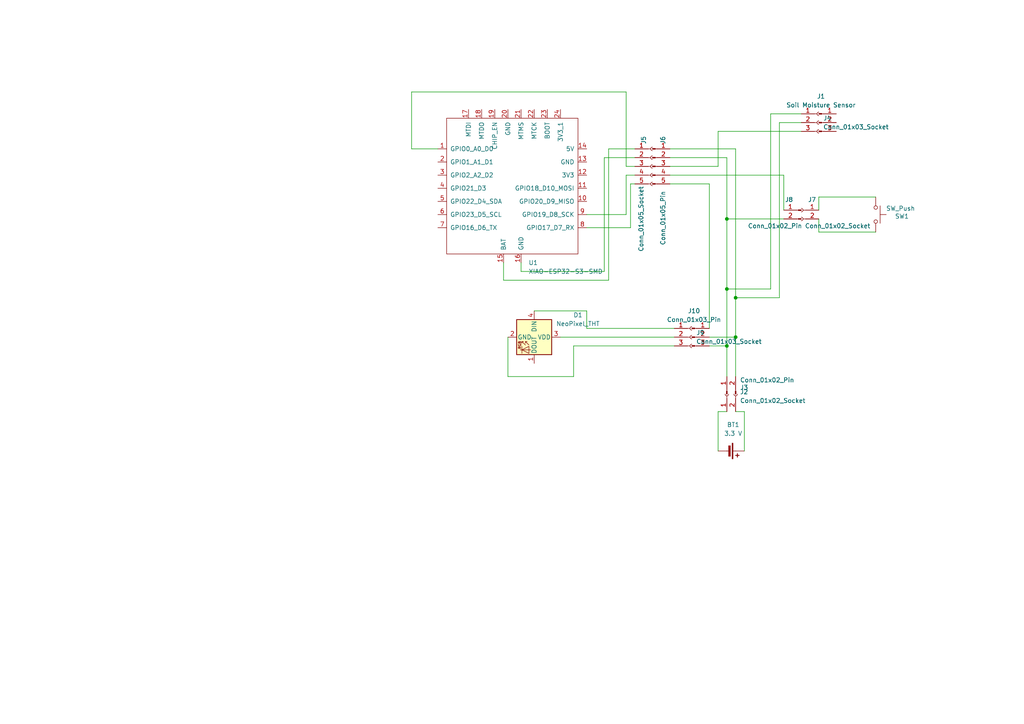
<source format=kicad_sch>
(kicad_sch (version 20250114) (generator "eeschema") (generator_version "9.0")
  (paper "A4")
  (lib_symbols
    (symbol "Connector:Conn_01x02_Pin" (pin_names (offset 1.016) (hide yes))
      (property "Reference" "J" (at 0 2.54 0))
      (property "Value" "Conn_01x02_Pin" (at 0 -5.08 0))
      (symbol "Conn_01x02_Pin_1_1"
        (rectangle (start 0.8636 0.127) (end 0 -0.127) (stroke (width 0.1524)) (fill (type outline)))
        (rectangle (start 0.8636 -2.413) (end 0 -2.667) (stroke (width 0.1524)) (fill (type outline)))
        (polyline (pts (xy 1.27 0) (xy 0.8636 0)) (stroke (width 0.1524)))
        (polyline (pts (xy 1.27 -2.54) (xy 0.8636 -2.54)) (stroke (width 0.1524)))
        (pin passive line (at 5.08 0 180) (length 3.81) (name "Pin_1") (number "1"))
        (pin passive line (at 5.08 -2.54 180) (length 3.81) (name "Pin_2") (number "2"))
      )
    )
    (symbol "Connector:Conn_01x02_Socket" (pin_names (offset 1.016) (hide yes))
      (property "Reference" "J" (at 0 2.54 0))
      (property "Value" "Conn_01x02_Socket" (at 0 -5.08 0))
      (symbol "Conn_01x02_Socket_1_1"
        (polyline (pts (xy -1.27 0) (xy -0.508 0)) (stroke (width 0.1524)))
        (polyline (pts (xy -1.27 -2.54) (xy -0.508 -2.54)) (stroke (width 0.1524)))
        (arc (start 0 -0.508) (mid -0.5058 0) (end 0 0.508) (stroke (width 0.1524)))
        (arc (start 0 -3.048) (mid -0.5058 -2.54) (end 0 -2.032) (stroke (width 0.1524)))
        (pin passive line (at -5.08 0 0) (length 3.81) (name "Pin_1") (number "1"))
        (pin passive line (at -5.08 -2.54 0) (length 3.81) (name "Pin_2") (number "2"))
      )
    )
    (symbol "Connector:Conn_01x03_Pin" (pin_names (offset 1.016) (hide yes))
      (property "Reference" "J" (at 0 5.08 0))
      (property "Value" "Conn_01x03_Pin" (at 0 -5.08 0))
      (symbol "Conn_01x03_Pin_1_1"
        (rectangle (start 0.8636 2.667) (end 0 2.413) (stroke (width 0.1524)) (fill (type outline)))
        (rectangle (start 0.8636 0.127) (end 0 -0.127) (stroke (width 0.1524)) (fill (type outline)))
        (rectangle (start 0.8636 -2.413) (end 0 -2.667) (stroke (width 0.1524)) (fill (type outline)))
        (polyline (pts (xy 1.27 2.54) (xy 0.8636 2.54)) (stroke (width 0.1524)))
        (polyline (pts (xy 1.27 0) (xy 0.8636 0)) (stroke (width 0.1524)))
        (polyline (pts (xy 1.27 -2.54) (xy 0.8636 -2.54)) (stroke (width 0.1524)))
        (pin passive line (at 5.08 2.54 180) (length 3.81) (name "Pin_1") (number "1"))
        (pin passive line (at 5.08 0 180) (length 3.81) (name "Pin_2") (number "2"))
        (pin passive line (at 5.08 -2.54 180) (length 3.81) (name "Pin_3") (number "3"))
      )
    )
    (symbol "Connector:Conn_01x03_Socket" (pin_names (offset 1.016) (hide yes))
      (property "Reference" "J" (at 0 5.08 0))
      (property "Value" "Conn_01x03_Socket" (at 0 -5.08 0))
      (symbol "Conn_01x03_Socket_1_1"
        (polyline (pts (xy -1.27 2.54) (xy -0.508 2.54)) (stroke (width 0.1524)))
        (polyline (pts (xy -1.27 0) (xy -0.508 0)) (stroke (width 0.1524)))
        (polyline (pts (xy -1.27 -2.54) (xy -0.508 -2.54)) (stroke (width 0.1524)))
        (arc (start 0 2.032) (mid -0.5058 2.54) (end 0 3.048) (stroke (width 0.1524)))
        (arc (start 0 -0.508) (mid -0.5058 0) (end 0 0.508) (stroke (width 0.1524)))
        (arc (start 0 -3.048) (mid -0.5058 -2.54) (end 0 -2.032) (stroke (width 0.1524)))
        (pin passive line (at -5.08 2.54 0) (length 3.81) (name "Pin_1") (number "1"))
        (pin passive line (at -5.08 0 0) (length 3.81) (name "Pin_2") (number "2"))
        (pin passive line (at -5.08 -2.54 0) (length 3.81) (name "Pin_3") (number "3"))
      )
    )
    (symbol "Connector:Conn_01x05_Pin" (pin_names (offset 1.016) (hide yes))
      (property "Reference" "J" (at 0 7.62 0))
      (property "Value" "Conn_01x05_Pin" (at 0 -7.62 0))
      (symbol "Conn_01x05_Pin_1_1"
        (rectangle (start 0.8636 5.207) (end 0 4.953) (stroke (width 0.1524)) (fill (type outline)))
        (rectangle (start 0.8636 2.667) (end 0 2.413) (stroke (width 0.1524)) (fill (type outline)))
        (rectangle (start 0.8636 0.127) (end 0 -0.127) (stroke (width 0.1524)) (fill (type outline)))
        (rectangle (start 0.8636 -2.413) (end 0 -2.667) (stroke (width 0.1524)) (fill (type outline)))
        (rectangle (start 0.8636 -4.953) (end 0 -5.207) (stroke (width 0.1524)) (fill (type outline)))
        (polyline (pts (xy 1.27 5.08) (xy 0.8636 5.08)) (stroke (width 0.1524)))
        (polyline (pts (xy 1.27 2.54) (xy 0.8636 2.54)) (stroke (width 0.1524)))
        (polyline (pts (xy 1.27 0) (xy 0.8636 0)) (stroke (width 0.1524)))
        (polyline (pts (xy 1.27 -2.54) (xy 0.8636 -2.54)) (stroke (width 0.1524)))
        (polyline (pts (xy 1.27 -5.08) (xy 0.8636 -5.08)) (stroke (width 0.1524)))
        (pin passive line (at 5.08 5.08 180) (length 3.81) (name "Pin_1") (number "1"))
        (pin passive line (at 5.08 2.54 180) (length 3.81) (name "Pin_2") (number "2"))
        (pin passive line (at 5.08 0 180) (length 3.81) (name "Pin_3") (number "3"))
        (pin passive line (at 5.08 -2.54 180) (length 3.81) (name "Pin_4") (number "4"))
        (pin passive line (at 5.08 -5.08 180) (length 3.81) (name "Pin_5") (number "5"))
      )
    )
    (symbol "Connector:Conn_01x05_Socket" (pin_names (offset 1.016) (hide yes))
      (property "Reference" "J" (at 0 7.62 0))
      (property "Value" "Conn_01x05_Socket" (at 0 -7.62 0))
      (symbol "Conn_01x05_Socket_1_1"
        (polyline (pts (xy -1.27 5.08) (xy -0.508 5.08)) (stroke (width 0.1524)))
        (polyline (pts (xy -1.27 2.54) (xy -0.508 2.54)) (stroke (width 0.1524)))
        (polyline (pts (xy -1.27 0) (xy -0.508 0)) (stroke (width 0.1524)))
        (polyline (pts (xy -1.27 -2.54) (xy -0.508 -2.54)) (stroke (width 0.1524)))
        (polyline (pts (xy -1.27 -5.08) (xy -0.508 -5.08)) (stroke (width 0.1524)))
        (arc (start 0 4.572) (mid -0.5058 5.08) (end 0 5.588) (stroke (width 0.1524)))
        (arc (start 0 2.032) (mid -0.5058 2.54) (end 0 3.048) (stroke (width 0.1524)))
        (arc (start 0 -0.508) (mid -0.5058 0) (end 0 0.508) (stroke (width 0.1524)))
        (arc (start 0 -3.048) (mid -0.5058 -2.54) (end 0 -2.032) (stroke (width 0.1524)))
        (arc (start 0 -5.588) (mid -0.5058 -5.08) (end 0 -4.572) (stroke (width 0.1524)))
        (pin passive line (at -5.08 5.08 0) (length 3.81) (name "Pin_1") (number "1"))
        (pin passive line (at -5.08 2.54 0) (length 3.81) (name "Pin_2") (number "2"))
        (pin passive line (at -5.08 0 0) (length 3.81) (name "Pin_3") (number "3"))
        (pin passive line (at -5.08 -2.54 0) (length 3.81) (name "Pin_4") (number "4"))
        (pin passive line (at -5.08 -5.08 0) (length 3.81) (name "Pin_5") (number "5"))
      )
    )
    (symbol "Device:Battery_Cell" (pin_numbers (hide yes)) (pin_names (offset 0) (hide yes))
      (property "Reference" "BT" (at 2.54 2.54 0))
      (property "Value" "Battery_Cell" (at 2.54 0 0))
      (symbol "Battery_Cell_0_1"
        (rectangle (start -2.286 1.778) (end 2.286 1.524) (fill (type outline)))
        (rectangle (start -1.524 1.016) (end 1.524 0.508) (fill (type outline)))
        (polyline (pts (xy 0 1.778) (xy 0 2.54)))
        (polyline (pts (xy 0 0.762) (xy 0 0)))
        (polyline (pts (xy 0.762 3.048) (xy 1.778 3.048)) (stroke (width 0.254)))
        (polyline (pts (xy 1.27 3.556) (xy 1.27 2.54)) (stroke (width 0.254)))
      )
      (symbol "Battery_Cell_1_1"
        (pin passive line (at 0 5.08 270) (length 2.54) (name "+") (number "1"))
        (pin passive line (at 0 -2.54 90) (length 2.54) (name "-") (number "2"))
      )
    )
    (symbol "LED:NeoPixel_THT" (pin_names (offset 0.254))
      (property "Reference" "D" (at 5.08 5.715 0))
      (property "Value" "NeoPixel_THT" (at 1.27 -5.715 0))
      (symbol "NeoPixel_THT_0_0"
        (text "RGB" (at 2.286 -4.191 0) (effects (font (size 0.762 0.762))))
      )
      (symbol "NeoPixel_THT_0_1"
        (polyline (pts (xy 1.27 -2.54) (xy 1.778 -2.54)))
        (polyline (pts (xy 1.27 -3.556) (xy 1.778 -3.556)))
        (polyline (pts (xy 2.286 -1.524) (xy 1.27 -2.54) (xy 1.27 -2.032)))
        (polyline (pts (xy 2.286 -2.54) (xy 1.27 -3.556) (xy 1.27 -3.048)))
        (polyline (pts (xy 3.683 -1.016) (xy 3.683 -3.556) (xy 3.683 -4.064)))
        (polyline (pts (xy 4.699 -1.524) (xy 2.667 -1.524) (xy 3.683 -3.556) (xy 4.699 -1.524)))
        (polyline (pts (xy 4.699 -3.556) (xy 2.667 -3.556)))
        (rectangle (start 5.08 5.08) (end -5.08 -5.08) (stroke (width 0.254)) (fill (type background)))
      )
      (symbol "NeoPixel_THT_1_1"
        (pin input line (at -7.62 0 0) (length 2.54) (name "DIN") (number "4"))
        (pin power_in line (at 0 7.62 270) (length 2.54) (name "VDD") (number "3"))
        (pin power_in line (at 0 -7.62 90) (length 2.54) (name "GND") (number "2"))
        (pin output line (at 7.62 0 180) (length 2.54) (name "DOUT") (number "1"))
      )
    )
    (symbol "Seeed_Studio_XIAO_Series:XIAO-ESP32-C6-SMD" (pin_names (offset 1.016))
      (property "Reference" "U" (at -18.542 23.114 0))
      (property "Value" "XIAO-ESP32-S3-SMD" (at -8.382 21.336 0))
      (symbol "XIAO-ESP32-C6-SMD_0_1"
        (rectangle (start 19.05 -19.05) (end -19.05 20.32))
      )
      (symbol "XIAO-ESP32-C6-SMD_1_1"
        (pin passive line (at -21.59 11.43 0) (length 2.54) (name "GPIO0_A0_D0") (number "1"))
        (pin passive line (at -21.59 7.62 0) (length 2.54) (name "GPIO1_A1_D1") (number "2"))
        (pin passive line (at -21.59 3.81 0) (length 2.54) (name "GPIO2_A2_D2") (number "3"))
        (pin passive line (at -21.59 0 0) (length 2.54) (name "GPIO21_D3") (number "4"))
        (pin passive line (at -21.59 -3.81 0) (length 2.54) (name "GPIO22_D4_SDA") (number "5"))
        (pin passive line (at -21.59 -7.62 0) (length 2.54) (name "GPIO23_D5_SCL") (number "6"))
        (pin passive line (at -21.59 -11.43 0) (length 2.54) (name "GPIO16_D6_TX") (number "7"))
        (pin passive line (at -12.7 22.86 270) (length 2.54) (name "MTDI") (number "17"))
        (pin passive line (at -8.89 22.86 270) (length 2.54) (name "MTDO") (number "18"))
        (pin passive line (at -5.08 22.86 270) (length 2.54) (name "CHIP_EN") (number "19"))
        (pin passive line (at -2.54 -21.59 90) (length 2.54) (name "BAT") (number "15"))
        (pin passive line (at -1.27 22.86 270) (length 2.54) (name "GND") (number "20"))
        (pin passive line (at 2.54 22.86 270) (length 2.54) (name "MTMS") (number "21"))
        (pin passive line (at 2.54 -21.59 90) (length 2.54) (name "GND") (number "16"))
        (pin passive line (at 6.35 22.86 270) (length 2.54) (name "MTCK") (number "22"))
        (pin passive line (at 10.16 22.86 270) (length 2.54) (name "BOOT") (number "23"))
        (pin passive line (at 13.97 22.86 270) (length 2.54) (name "3V3_1") (number "24"))
        (pin passive line (at 21.59 11.43 180) (length 2.54) (name "5V") (number "14"))
        (pin passive line (at 21.59 7.62 180) (length 2.54) (name "GND") (number "13"))
        (pin passive line (at 21.59 3.81 180) (length 2.54) (name "3V3") (number "12"))
        (pin passive line (at 21.59 0 180) (length 2.54) (name "GPIO18_D10_MOSI") (number "11"))
        (pin passive line (at 21.59 -3.81 180) (length 2.54) (name "GPIO20_D9_MISO") (number "10"))
        (pin passive line (at 21.59 -7.62 180) (length 2.54) (name "GPIO19_D8_SCK") (number "9"))
        (pin passive line (at 21.59 -11.43 180) (length 2.54) (name "GPIO17_D7_RX") (number "8"))
      )
    )
    (symbol "Switch:SW_Push" (pin_numbers (hide yes)) (pin_names (offset 1.016) (hide yes))
      (property "Reference" "SW" (at 1.27 2.54 0))
      (property "Value" "SW_Push" (at 0 -1.524 0))
      (symbol "SW_Push_0_1"
        (circle (center -2.032 0) (radius 0.508))
        (polyline (pts (xy 0 1.27) (xy 0 3.048)))
        (circle (center 2.032 0) (radius 0.508))
        (polyline (pts (xy 2.54 1.27) (xy -2.54 1.27)))
        (pin passive line (at -5.08 0 0) (length 2.54) (name "1") (number "1"))
        (pin passive line (at 5.08 0 180) (length 2.54) (name "2") (number "2"))
      )
    )
  )
  (junction (at 210.82 100.33))
  (junction (at 210.82 63.5))
  (junction (at 210.82 83.82))
  (junction (at 213.36 86.36))
  (junction (at 213.36 97.79))
  (wire (pts (xy 195.58 95.25) (xy 170.18 95.25)))
  (wire (pts (xy 194.31 53.34) (xy 205.74 53.34)))
  (wire (pts (xy 223.52 33.02) (xy 232.41 33.02)))
  (wire (pts (xy 210.82 63.5) (xy 227.33 63.5)))
  (wire (pts (xy 208.28 48.26) (xy 194.31 48.26)))
  (wire (pts (xy 184.15 50.8) (xy 181.61 50.8)))
  (wire (pts (xy 151.13 76.2) (xy 151.13 78.74)))
  (wire (pts (xy 227.33 60.96) (xy 227.33 50.8)))
  (wire (pts (xy 184.15 48.26) (xy 181.61 48.26)))
  (wire (pts (xy 232.41 38.1) (xy 208.28 38.1)))
  (wire (pts (xy 181.61 50.8) (xy 181.61 62.23)))
  (wire (pts (xy 170.18 95.25) (xy 170.18 90.17)))
  (wire (pts (xy 205.74 100.33) (xy 210.82 100.33)))
  (wire (pts (xy 181.61 26.67) (xy 119.38 26.67)))
  (wire (pts (xy 210.82 119.38) (xy 208.28 119.38)))
  (wire (pts (xy 210.82 100.33) (xy 210.82 109.22)))
  (wire (pts (xy 146.05 76.2) (xy 146.05 81.28)))
  (wire (pts (xy 184.15 53.34) (xy 182.88 53.34)))
  (wire (pts (xy 210.82 45.72) (xy 210.82 63.5)))
  (wire (pts (xy 182.88 53.34) (xy 182.88 66.04)))
  (wire (pts (xy 151.13 78.74) (xy 175.26 78.74)))
  (wire (pts (xy 226.06 35.56) (xy 232.41 35.56)))
  (wire (pts (xy 215.9 119.38) (xy 213.36 119.38)))
  (wire (pts (xy 223.52 33.02) (xy 223.52 83.82)))
  (wire (pts (xy 170.18 66.04) (xy 182.88 66.04)))
  (wire (pts (xy 213.36 86.36) (xy 226.06 86.36)))
  (wire (pts (xy 213.36 86.36) (xy 213.36 97.79)))
  (wire (pts (xy 194.31 43.18) (xy 213.36 43.18)))
  (wire (pts (xy 176.53 81.28) (xy 176.53 43.18)))
  (wire (pts (xy 237.49 57.15) (xy 254 57.15)))
  (wire (pts (xy 194.31 45.72) (xy 210.82 45.72)))
  (wire (pts (xy 162.56 97.79) (xy 195.58 97.79)))
  (wire (pts (xy 226.06 86.36) (xy 226.06 35.56)))
  (wire (pts (xy 175.26 45.72) (xy 184.15 45.72)))
  (wire (pts (xy 175.26 78.74) (xy 175.26 45.72)))
  (wire (pts (xy 181.61 62.23) (xy 170.18 62.23)))
  (wire (pts (xy 210.82 63.5) (xy 210.82 83.82)))
  (wire (pts (xy 195.58 100.33) (xy 166.37 100.33)))
  (wire (pts (xy 213.36 43.18) (xy 213.36 86.36)))
  (wire (pts (xy 166.37 109.22) (xy 147.32 109.22)))
  (wire (pts (xy 166.37 100.33) (xy 166.37 109.22)))
  (wire (pts (xy 210.82 83.82) (xy 210.82 100.33)))
  (wire (pts (xy 176.53 43.18) (xy 184.15 43.18)))
  (wire (pts (xy 237.49 67.31) (xy 254 67.31)))
  (wire (pts (xy 237.49 60.96) (xy 237.49 57.15)))
  (wire (pts (xy 215.9 130.81) (xy 215.9 119.38)))
  (wire (pts (xy 147.32 97.79) (xy 147.32 109.22)))
  (wire (pts (xy 119.38 26.67) (xy 119.38 43.18)))
  (wire (pts (xy 223.52 83.82) (xy 210.82 83.82)))
  (wire (pts (xy 146.05 81.28) (xy 176.53 81.28)))
  (wire (pts (xy 119.38 43.18) (xy 127 43.18)))
  (wire (pts (xy 208.28 119.38) (xy 208.28 130.81)))
  (wire (pts (xy 213.36 97.79) (xy 213.36 109.22)))
  (wire (pts (xy 205.74 97.79) (xy 213.36 97.79)))
  (wire (pts (xy 181.61 48.26) (xy 181.61 26.67)))
  (wire (pts (xy 227.33 50.8) (xy 194.31 50.8)))
  (wire (pts (xy 237.49 63.5) (xy 237.49 67.31)))
  (wire (pts (xy 205.74 53.34) (xy 205.74 95.25)))
  (wire (pts (xy 170.18 90.17) (xy 154.94 90.17)))
  (wire (pts (xy 208.28 38.1) (xy 208.28 48.26)))
  (symbol (lib_id "Device:Battery_Cell") (at 210.82 130.81 270) (unit 1)
    (property "Reference" "BT1" (at 212.6615 123.19 90))
    (property "Value" "3.3 V" (at 212.6615 125.73 90))
    (property "Description" "Single-cell battery" (effects (hide yes)))
  )
  (symbol (lib_id "LED:NeoPixel_THT") (at 154.94 97.79 270) (unit 1)
    (property "Reference" "D1" (at 167.64 91.3698 90))
    (property "Value" "NeoPixel_THT" (at 167.64 93.9098 90))
    (property "Datasheet" "https://www.adafruit.com/product/1938" (effects (hide yes)))
    (property "Description" "RGB LED with integrated controller, 5mm/8mm LED package" (effects (hide yes)))
  )
  (symbol (lib_id "Seeed_Studio_XIAO_Series:XIAO-ESP32-C6-SMD") (at 148.59 54.61 0) (unit 1)
    (property "Reference" "U1" (at 153.2733 76.2 0) (effects (justify left)))
    (property "Value" "XIAO-ESP32-S3-SMD" (at 153.2733 78.74 0) (effects (justify left)))
  )
  (symbol (lib_id "Connector:Conn_01x02_Socket") (at 210.82 114.3 90) (unit 1)
    (property "Reference" "J2" (at 214.63 113.6649 90) (effects (justify right)))
    (property "Value" "Conn_01x02_Socket" (at 214.63 116.2049 90) (effects (justify right)))
    (property "Description" "Generic connector, single row, 01x02, script generated" (effects (hide yes)))
  )
  (symbol (lib_id "Connector:Conn_01x02_Pin") (at 232.41 60.96 0) (mirror y) (unit 1)
    (property "Reference" "J8" (at 228.854 57.912 0))
    (property "Value" "Conn_01x02_Pin" (at 224.79 65.532 0))
    (property "Description" "Generic connector, single row, 01x02, script generated" (effects (hide yes)))
  )
  (symbol (lib_id "Connector:Conn_01x03_Pin") (at 200.66 97.79 0) (unit 1)
    (property "Reference" "J10" (at 201.295 90.17 0))
    (property "Value" "Conn_01x03_Pin" (at 201.295 92.71 0))
    (property "Description" "Generic connector, single row, 01x03, script generated" (effects (hide yes)))
  )
  (symbol (lib_id "Switch:SW_Push") (at 254 62.23 270) (unit 1)
    (property "Reference" "SW1" (at 263.652 62.738 90) (effects (justify right)))
    (property "Value" "SW_Push" (at 265.43 60.452 90) (effects (justify right)))
    (property "Description" "Push button switch, generic, two pins" (effects (hide yes)))
  )
  (symbol (lib_id "Connector:Conn_01x05_Socket") (at 189.23 48.26 0) (unit 1)
    (property "Reference" "J5" (at 186.69 40.64 90))
    (property "Value" "Conn_01x05_Socket" (at 185.928 63.5 90))
    (property "Description" "Generic connector, single row, 01x05, script generated" (effects (hide yes)))
  )
  (symbol (lib_id "Connector:Conn_01x02_Pin") (at 210.82 114.3 90) (unit 1)
    (property "Reference" "J3" (at 214.63 112.3949 90) (effects (justify right)))
    (property "Value" "Conn_01x02_Pin" (at 214.63 110.236 90) (effects (justify right)))
    (property "Description" "Generic connector, single row, 01x02, script generated" (effects (hide yes)))
  )
  (symbol (lib_id "Connector:Conn_01x05_Pin") (at 189.23 48.26 0) (unit 1)
    (property "Reference" "J6" (at 192.278 40.64 90))
    (property "Value" "Conn_01x05_Pin" (at 192.278 63.246 90))
    (property "Description" "Generic connector, single row, 01x05, script generated" (effects (hide yes)))
  )
  (symbol (lib_id "Connector:Conn_01x03_Socket") (at 237.49 35.56 0) (unit 1)
    (property "Reference" "J4" (at 238.76 34.2899 0) (effects (justify left)))
    (property "Value" "Conn_01x03_Socket" (at 238.76 36.8299 0) (effects (justify left)))
    (property "Description" "Generic connector, single row, 01x03, script generated" (effects (hide yes)))
  )
  (symbol (lib_id "Connector:Conn_01x03_Socket") (at 200.66 97.79 0) (unit 1)
    (property "Reference" "J9" (at 201.93 96.5199 0) (effects (justify left)))
    (property "Value" "Conn_01x03_Socket" (at 201.93 99.0599 0) (effects (justify left)))
    (property "Description" "Generic connector, single row, 01x03, script generated" (effects (hide yes)))
  )
  (symbol (lib_id "Connector:Conn_01x03_Pin") (at 237.49 35.56 0) (unit 1)
    (property "Reference" "J1" (at 238.125 27.94 0))
    (property "Value" "Soil Moisture Sensor" (at 238.125 30.48 0))
    (property "Description" "Generic connector, single row, 01x03, script generated" (effects (hide yes)))
  )
  (symbol (lib_id "Connector:Conn_01x02_Socket") (at 232.41 60.96 0) (mirror y) (unit 1)
    (property "Reference" "J7" (at 236.728 57.912 0) (effects (justify left)))
    (property "Value" "Conn_01x02_Socket" (at 252.476 65.532 0) (effects (justify left)))
    (property "Description" "Generic connector, single row, 01x02, script generated" (effects (hide yes)))
  )
)
</source>
